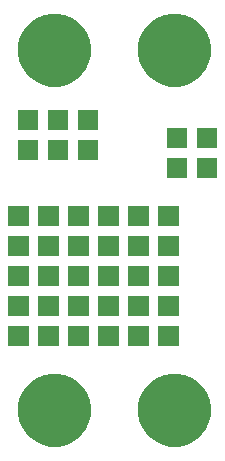
<source format=gbr>
G04 #@! TF.FileFunction,Soldermask,Top*
%FSLAX46Y46*%
G04 Gerber Fmt 4.6, Leading zero omitted, Abs format (unit mm)*
G04 Created by KiCad (PCBNEW 4.0.1-stable) date 20. 4. 2016 8:51:44*
%MOMM*%
G01*
G04 APERTURE LIST*
%ADD10C,0.500000*%
G04 APERTURE END LIST*
D10*
G36*
X5405606Y8177937D02*
X6001133Y8055693D01*
X6561569Y7820108D01*
X7065576Y7480151D01*
X7493955Y7048771D01*
X7830385Y6542404D01*
X8062052Y5980337D01*
X8180068Y5384314D01*
X8180068Y5384300D01*
X8180133Y5383971D01*
X8170437Y4689587D01*
X8170361Y4689253D01*
X8170361Y4689241D01*
X8035752Y4096754D01*
X7788479Y3541370D01*
X7438043Y3044595D01*
X6997784Y2625342D01*
X6484486Y2299594D01*
X5917685Y2079745D01*
X5318982Y1974179D01*
X4711174Y1986910D01*
X4117407Y2117458D01*
X3560316Y2360845D01*
X3061106Y2707806D01*
X2638792Y3145125D01*
X2309467Y3656136D01*
X2085668Y4221387D01*
X1975922Y4819346D01*
X1984411Y5427227D01*
X2110808Y6021881D01*
X2350303Y6580664D01*
X2693770Y7082284D01*
X3128129Y7507641D01*
X3636832Y7840527D01*
X4200506Y8068266D01*
X4797676Y8182182D01*
X5405606Y8177937D01*
X5405606Y8177937D01*
G37*
G36*
X15565606Y8177937D02*
X16161133Y8055693D01*
X16721569Y7820108D01*
X17225576Y7480151D01*
X17653955Y7048771D01*
X17990385Y6542404D01*
X18222052Y5980337D01*
X18340068Y5384314D01*
X18340068Y5384300D01*
X18340133Y5383971D01*
X18330437Y4689587D01*
X18330361Y4689253D01*
X18330361Y4689241D01*
X18195752Y4096754D01*
X17948479Y3541370D01*
X17598043Y3044595D01*
X17157784Y2625342D01*
X16644486Y2299594D01*
X16077685Y2079745D01*
X15478982Y1974179D01*
X14871174Y1986910D01*
X14277407Y2117458D01*
X13720316Y2360845D01*
X13221106Y2707806D01*
X12798792Y3145125D01*
X12469467Y3656136D01*
X12245668Y4221387D01*
X12135922Y4819346D01*
X12144411Y5427227D01*
X12270808Y6021881D01*
X12510303Y6580664D01*
X12853770Y7082284D01*
X13288129Y7507641D01*
X13796832Y7840527D01*
X14360506Y8068266D01*
X14957676Y8182182D01*
X15565606Y8177937D01*
X15565606Y8177937D01*
G37*
G36*
X15594000Y10504500D02*
X13870000Y10504500D01*
X13870000Y12228500D01*
X15594000Y12228500D01*
X15594000Y10504500D01*
X15594000Y10504500D01*
G37*
G36*
X13054000Y10504500D02*
X11330000Y10504500D01*
X11330000Y12228500D01*
X13054000Y12228500D01*
X13054000Y10504500D01*
X13054000Y10504500D01*
G37*
G36*
X5434000Y10504500D02*
X3710000Y10504500D01*
X3710000Y12228500D01*
X5434000Y12228500D01*
X5434000Y10504500D01*
X5434000Y10504500D01*
G37*
G36*
X2894000Y10504500D02*
X1170000Y10504500D01*
X1170000Y12228500D01*
X2894000Y12228500D01*
X2894000Y10504500D01*
X2894000Y10504500D01*
G37*
G36*
X10514000Y10504500D02*
X8790000Y10504500D01*
X8790000Y12228500D01*
X10514000Y12228500D01*
X10514000Y10504500D01*
X10514000Y10504500D01*
G37*
G36*
X7974000Y10504500D02*
X6250000Y10504500D01*
X6250000Y12228500D01*
X7974000Y12228500D01*
X7974000Y10504500D01*
X7974000Y10504500D01*
G37*
G36*
X7974000Y13044500D02*
X6250000Y13044500D01*
X6250000Y14768500D01*
X7974000Y14768500D01*
X7974000Y13044500D01*
X7974000Y13044500D01*
G37*
G36*
X10514000Y13044500D02*
X8790000Y13044500D01*
X8790000Y14768500D01*
X10514000Y14768500D01*
X10514000Y13044500D01*
X10514000Y13044500D01*
G37*
G36*
X5434000Y13044500D02*
X3710000Y13044500D01*
X3710000Y14768500D01*
X5434000Y14768500D01*
X5434000Y13044500D01*
X5434000Y13044500D01*
G37*
G36*
X15594000Y13044500D02*
X13870000Y13044500D01*
X13870000Y14768500D01*
X15594000Y14768500D01*
X15594000Y13044500D01*
X15594000Y13044500D01*
G37*
G36*
X13054000Y13044500D02*
X11330000Y13044500D01*
X11330000Y14768500D01*
X13054000Y14768500D01*
X13054000Y13044500D01*
X13054000Y13044500D01*
G37*
G36*
X2894000Y13044500D02*
X1170000Y13044500D01*
X1170000Y14768500D01*
X2894000Y14768500D01*
X2894000Y13044500D01*
X2894000Y13044500D01*
G37*
G36*
X2894000Y15584500D02*
X1170000Y15584500D01*
X1170000Y17308500D01*
X2894000Y17308500D01*
X2894000Y15584500D01*
X2894000Y15584500D01*
G37*
G36*
X5434000Y15584500D02*
X3710000Y15584500D01*
X3710000Y17308500D01*
X5434000Y17308500D01*
X5434000Y15584500D01*
X5434000Y15584500D01*
G37*
G36*
X10514000Y15584500D02*
X8790000Y15584500D01*
X8790000Y17308500D01*
X10514000Y17308500D01*
X10514000Y15584500D01*
X10514000Y15584500D01*
G37*
G36*
X7974000Y15584500D02*
X6250000Y15584500D01*
X6250000Y17308500D01*
X7974000Y17308500D01*
X7974000Y15584500D01*
X7974000Y15584500D01*
G37*
G36*
X15594000Y15584500D02*
X13870000Y15584500D01*
X13870000Y17308500D01*
X15594000Y17308500D01*
X15594000Y15584500D01*
X15594000Y15584500D01*
G37*
G36*
X13054000Y15584500D02*
X11330000Y15584500D01*
X11330000Y17308500D01*
X13054000Y17308500D01*
X13054000Y15584500D01*
X13054000Y15584500D01*
G37*
G36*
X7974000Y18124500D02*
X6250000Y18124500D01*
X6250000Y19848500D01*
X7974000Y19848500D01*
X7974000Y18124500D01*
X7974000Y18124500D01*
G37*
G36*
X5434000Y18124500D02*
X3710000Y18124500D01*
X3710000Y19848500D01*
X5434000Y19848500D01*
X5434000Y18124500D01*
X5434000Y18124500D01*
G37*
G36*
X13054000Y18124500D02*
X11330000Y18124500D01*
X11330000Y19848500D01*
X13054000Y19848500D01*
X13054000Y18124500D01*
X13054000Y18124500D01*
G37*
G36*
X15594000Y18124500D02*
X13870000Y18124500D01*
X13870000Y19848500D01*
X15594000Y19848500D01*
X15594000Y18124500D01*
X15594000Y18124500D01*
G37*
G36*
X2894000Y18124500D02*
X1170000Y18124500D01*
X1170000Y19848500D01*
X2894000Y19848500D01*
X2894000Y18124500D01*
X2894000Y18124500D01*
G37*
G36*
X10514000Y18124500D02*
X8790000Y18124500D01*
X8790000Y19848500D01*
X10514000Y19848500D01*
X10514000Y18124500D01*
X10514000Y18124500D01*
G37*
G36*
X10514000Y20664500D02*
X8790000Y20664500D01*
X8790000Y22388500D01*
X10514000Y22388500D01*
X10514000Y20664500D01*
X10514000Y20664500D01*
G37*
G36*
X7974000Y20664500D02*
X6250000Y20664500D01*
X6250000Y22388500D01*
X7974000Y22388500D01*
X7974000Y20664500D01*
X7974000Y20664500D01*
G37*
G36*
X13054000Y20664500D02*
X11330000Y20664500D01*
X11330000Y22388500D01*
X13054000Y22388500D01*
X13054000Y20664500D01*
X13054000Y20664500D01*
G37*
G36*
X15594000Y20664500D02*
X13870000Y20664500D01*
X13870000Y22388500D01*
X15594000Y22388500D01*
X15594000Y20664500D01*
X15594000Y20664500D01*
G37*
G36*
X2894000Y20664500D02*
X1170000Y20664500D01*
X1170000Y22388500D01*
X2894000Y22388500D01*
X2894000Y20664500D01*
X2894000Y20664500D01*
G37*
G36*
X5434000Y20664500D02*
X3710000Y20664500D01*
X3710000Y22388500D01*
X5434000Y22388500D01*
X5434000Y20664500D01*
X5434000Y20664500D01*
G37*
G36*
X16292500Y24728500D02*
X14568500Y24728500D01*
X14568500Y26452500D01*
X16292500Y26452500D01*
X16292500Y24728500D01*
X16292500Y24728500D01*
G37*
G36*
X18832500Y24728500D02*
X17108500Y24728500D01*
X17108500Y26452500D01*
X18832500Y26452500D01*
X18832500Y24728500D01*
X18832500Y24728500D01*
G37*
G36*
X3719500Y26252500D02*
X1995500Y26252500D01*
X1995500Y27976500D01*
X3719500Y27976500D01*
X3719500Y26252500D01*
X3719500Y26252500D01*
G37*
G36*
X6259500Y26252500D02*
X4535500Y26252500D01*
X4535500Y27976500D01*
X6259500Y27976500D01*
X6259500Y26252500D01*
X6259500Y26252500D01*
G37*
G36*
X8799500Y26252500D02*
X7075500Y26252500D01*
X7075500Y27976500D01*
X8799500Y27976500D01*
X8799500Y26252500D01*
X8799500Y26252500D01*
G37*
G36*
X16292500Y27268500D02*
X14568500Y27268500D01*
X14568500Y28992500D01*
X16292500Y28992500D01*
X16292500Y27268500D01*
X16292500Y27268500D01*
G37*
G36*
X18832500Y27268500D02*
X17108500Y27268500D01*
X17108500Y28992500D01*
X18832500Y28992500D01*
X18832500Y27268500D01*
X18832500Y27268500D01*
G37*
G36*
X8799500Y28792500D02*
X7075500Y28792500D01*
X7075500Y30516500D01*
X8799500Y30516500D01*
X8799500Y28792500D01*
X8799500Y28792500D01*
G37*
G36*
X6259500Y28792500D02*
X4535500Y28792500D01*
X4535500Y30516500D01*
X6259500Y30516500D01*
X6259500Y28792500D01*
X6259500Y28792500D01*
G37*
G36*
X3719500Y28792500D02*
X1995500Y28792500D01*
X1995500Y30516500D01*
X3719500Y30516500D01*
X3719500Y28792500D01*
X3719500Y28792500D01*
G37*
G36*
X5405606Y38657937D02*
X6001133Y38535693D01*
X6561569Y38300108D01*
X7065576Y37960151D01*
X7493955Y37528771D01*
X7830385Y37022404D01*
X8062052Y36460337D01*
X8180068Y35864314D01*
X8180068Y35864300D01*
X8180133Y35863971D01*
X8170437Y35169587D01*
X8170361Y35169253D01*
X8170361Y35169241D01*
X8035752Y34576754D01*
X7788479Y34021370D01*
X7438043Y33524595D01*
X6997784Y33105342D01*
X6484486Y32779594D01*
X5917685Y32559745D01*
X5318982Y32454179D01*
X4711174Y32466910D01*
X4117407Y32597458D01*
X3560316Y32840845D01*
X3061106Y33187806D01*
X2638792Y33625125D01*
X2309467Y34136136D01*
X2085668Y34701387D01*
X1975922Y35299346D01*
X1984411Y35907227D01*
X2110808Y36501881D01*
X2350303Y37060664D01*
X2693770Y37562284D01*
X3128129Y37987641D01*
X3636832Y38320527D01*
X4200506Y38548266D01*
X4797676Y38662182D01*
X5405606Y38657937D01*
X5405606Y38657937D01*
G37*
G36*
X15565606Y38657937D02*
X16161133Y38535693D01*
X16721569Y38300108D01*
X17225576Y37960151D01*
X17653955Y37528771D01*
X17990385Y37022404D01*
X18222052Y36460337D01*
X18340068Y35864314D01*
X18340068Y35864300D01*
X18340133Y35863971D01*
X18330437Y35169587D01*
X18330361Y35169253D01*
X18330361Y35169241D01*
X18195752Y34576754D01*
X17948479Y34021370D01*
X17598043Y33524595D01*
X17157784Y33105342D01*
X16644486Y32779594D01*
X16077685Y32559745D01*
X15478982Y32454179D01*
X14871174Y32466910D01*
X14277407Y32597458D01*
X13720316Y32840845D01*
X13221106Y33187806D01*
X12798792Y33625125D01*
X12469467Y34136136D01*
X12245668Y34701387D01*
X12135922Y35299346D01*
X12144411Y35907227D01*
X12270808Y36501881D01*
X12510303Y37060664D01*
X12853770Y37562284D01*
X13288129Y37987641D01*
X13796832Y38320527D01*
X14360506Y38548266D01*
X14957676Y38662182D01*
X15565606Y38657937D01*
X15565606Y38657937D01*
G37*
M02*

</source>
